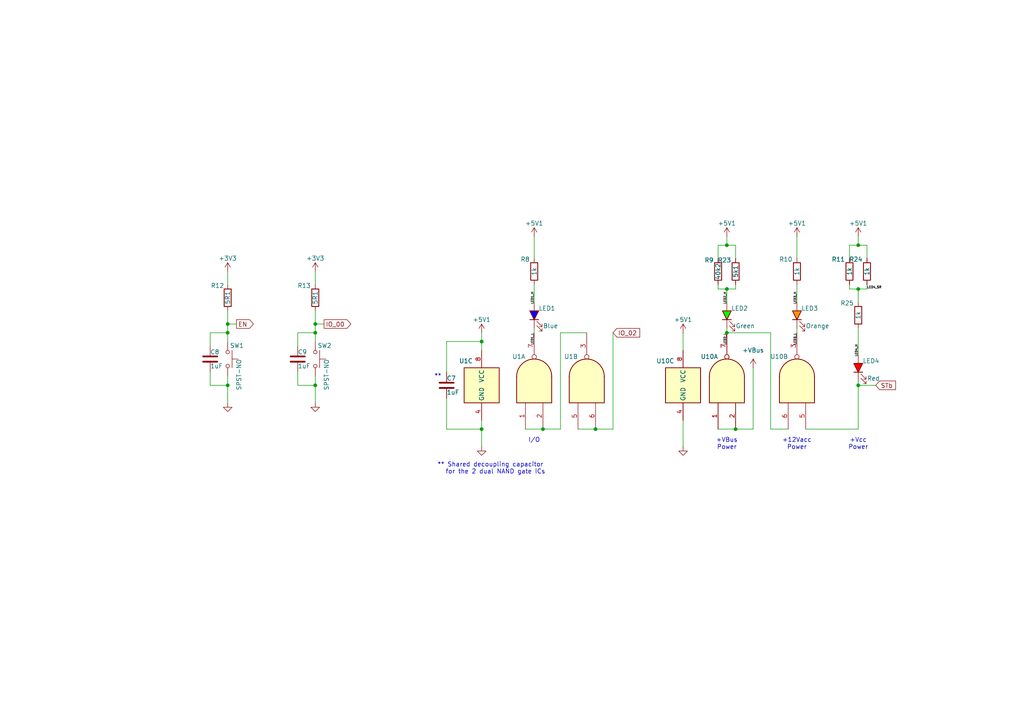
<source format=kicad_sch>
(kicad_sch (version 20250114) (generator "eeschema") (generator_version "9.0")
  (paper "A4")
  (lib_symbols
    (symbol "Device:C" (pin_numbers (hide yes)) (pin_names (offset 0.254))
      (property "Reference" "C" (at 0.635 2.54 0))
      (property "Value" "C" (at 0.635 -2.54 0))
      (symbol "C_0_1"
        (polyline (pts (xy -2.032 0.762) (xy 2.032 0.762)) (stroke (width 0.508)))
        (polyline (pts (xy -2.032 -0.762) (xy 2.032 -0.762)) (stroke (width 0.508)))
      )
      (symbol "C_1_1"
        (pin passive line (at 0 3.81 270) (length 2.794) (name "~") (number "1"))
        (pin passive line (at 0 -3.81 90) (length 2.794) (name "~") (number "2"))
      )
    )
    (symbol "Device:R" (pin_numbers (hide yes)) (pin_names (offset 0))
      (property "Reference" "R" (at 2.032 0 90))
      (property "Value" "R" (at 0 0 90))
      (symbol "R_0_1"
        (rectangle (start -1.016 -2.54) (end 1.016 2.54) (stroke (width 0.254)))
      )
      (symbol "R_1_1"
        (pin passive line (at 0 3.81 270) (length 1.27) (name "~") (number "1"))
        (pin passive line (at 0 -3.81 90) (length 1.27) (name "~") (number "2"))
      )
    )
    (symbol "PersonalSchematicSymbolLibrary:74xxx2G00"
      (property "Reference" "U" (at 2.54 7.62 0))
      (property "Value" "74xxx2G00" (at 7.62 -7.62 0))
      (symbol "74xxx2G00_1_1"
        (arc (start 0 5.08) (mid 5.0579 0) (end 0 -5.08) (stroke (width 0.254)) (fill (type background)))
        (polyline (pts (xy 0 -5.08) (xy -7.62 -5.08) (xy -7.62 5.08) (xy 0 5.08)) (stroke (width 0.254)) (fill (type background)))
        (pin input line (at -15.24 2.54 0) (length 7.62) (name "~") (number "1"))
        (pin input line (at -15.24 -2.54 0) (length 7.62) (name "~") (number "2"))
        (pin output inverted (at 12.7 0 180) (length 7.62) (name "~") (number "7"))
      )
      (symbol "74xxx2G00_2_1"
        (arc (start 0 5.08) (mid 5.0579 0) (end 0 -5.08) (stroke (width 0.254)) (fill (type background)))
        (polyline (pts (xy 0 -5.08) (xy -7.62 -5.08) (xy -7.62 5.08) (xy 0 5.08)) (stroke (width 0.254)) (fill (type background)))
        (pin input line (at -15.24 2.54 0) (length 7.62) (name "~") (number "5"))
        (pin input line (at -15.24 -2.54 0) (length 7.62) (name "~") (number "6"))
        (pin output inverted (at 12.7 0 180) (length 7.62) (name "~") (number "3"))
      )
      (symbol "74xxx2G00_3_0"
        (rectangle (start -5.08 -5.08) (end 5.08 5.08) (stroke (width 0.254)) (fill (type background)))
      )
      (symbol "74xxx2G00_3_1"
        (pin power_in line (at 0 10.16 270) (length 5.08) (name "VCC") (number "8"))
        (pin power_in line (at 0 -10.16 90) (length 5.08) (name "GND") (number "4"))
      )
    )
    (symbol "PersonalSchematicSymbolLibrary:LED_Blue" (pin_numbers (hide yes)) (pin_names (offset 1.016) (hide yes))
      (property "Reference" "LED" (at 0 2.54 0))
      (property "Value" "Blue" (at 0 -2.54 0))
      (symbol "LED_Blue_0_1"
        (polyline (pts (xy -3.048 -0.762) (xy -4.572 -2.286) (xy -3.81 -2.286) (xy -4.572 -2.286) (xy -4.572 -1.524)))
        (polyline (pts (xy -1.778 -0.762) (xy -3.302 -2.286) (xy -2.54 -2.286) (xy -3.302 -2.286) (xy -3.302 -1.524)))
        (polyline (pts (xy -1.27 -1.27) (xy -1.27 1.27)) (stroke (width 0.254)))
      )
      (symbol "LED_Blue_1_1"
        (polyline (pts (xy 1.27 -1.27) (xy 1.27 1.27) (xy -1.27 0) (xy 1.27 -1.27)) (stroke (width 0.254)) (fill (type color) (color 0 0 255 1)))
        (pin passive line (at -3.81 0 0) (length 2.54) (name "K") (number "1"))
        (pin passive line (at 3.81 0 180) (length 2.54) (name "A") (number "2"))
      )
    )
    (symbol "PersonalSchematicSymbolLibrary:LED_Green" (pin_numbers (hide yes)) (pin_names (offset 1.016) (hide yes))
      (property "Reference" "LED" (at 0 2.54 0))
      (property "Value" "Green" (at 0 -2.54 0))
      (symbol "LED_Green_0_1"
        (polyline (pts (xy -3.048 -0.762) (xy -4.572 -2.286) (xy -3.81 -2.286) (xy -4.572 -2.286) (xy -4.572 -1.524)))
        (polyline (pts (xy -1.778 -0.762) (xy -3.302 -2.286) (xy -2.54 -2.286) (xy -3.302 -2.286) (xy -3.302 -1.524)))
        (polyline (pts (xy -1.27 -1.27) (xy -1.27 1.27)) (stroke (width 0.254)))
      )
      (symbol "LED_Green_1_1"
        (polyline (pts (xy 1.27 -1.27) (xy 1.27 1.27) (xy -1.27 0) (xy 1.27 -1.27)) (stroke (width 0.254)) (fill (type color) (color 0 255 0 1)))
        (pin passive line (at -3.81 0 0) (length 2.54) (name "K") (number "1"))
        (pin passive line (at 3.81 0 180) (length 2.54) (name "A") (number "2"))
      )
    )
    (symbol "PersonalSchematicSymbolLibrary:LED_Orange" (pin_numbers (hide yes)) (pin_names (offset 1.016) (hide yes))
      (property "Reference" "LED" (at 0 2.54 0))
      (property "Value" "Orange" (at 0 -2.54 0))
      (symbol "LED_Orange_0_1"
        (polyline (pts (xy -3.048 -0.762) (xy -4.572 -2.286) (xy -3.81 -2.286) (xy -4.572 -2.286) (xy -4.572 -1.524)))
        (polyline (pts (xy -1.778 -0.762) (xy -3.302 -2.286) (xy -2.54 -2.286) (xy -3.302 -2.286) (xy -3.302 -1.524)))
        (polyline (pts (xy -1.27 -1.27) (xy -1.27 1.27)) (stroke (width 0.254)))
      )
      (symbol "LED_Orange_1_1"
        (polyline (pts (xy 1.27 -1.27) (xy 1.27 1.27) (xy -1.27 0) (xy 1.27 -1.27)) (stroke (width 0.254)) (fill (type color) (color 255 153 0 1)))
        (pin passive line (at -3.81 0 0) (length 2.54) (name "K") (number "1"))
        (pin passive line (at 3.81 0 180) (length 2.54) (name "A") (number "2"))
      )
    )
    (symbol "PersonalSchematicSymbolLibrary:LED_Red" (pin_numbers (hide yes)) (pin_names (offset 1.016) (hide yes))
      (property "Reference" "LED" (at 0 2.54 0))
      (property "Value" "Red" (at 0 -2.54 0))
      (symbol "LED_Red_0_1"
        (polyline (pts (xy -3.048 -0.762) (xy -4.572 -2.286) (xy -3.81 -2.286) (xy -4.572 -2.286) (xy -4.572 -1.524)))
        (polyline (pts (xy -1.778 -0.762) (xy -3.302 -2.286) (xy -2.54 -2.286) (xy -3.302 -2.286) (xy -3.302 -1.524)))
        (polyline (pts (xy -1.27 -1.27) (xy -1.27 1.27)) (stroke (width 0.254)))
      )
      (symbol "LED_Red_1_1"
        (polyline (pts (xy 1.27 -1.27) (xy 1.27 1.27) (xy -1.27 0) (xy 1.27 -1.27)) (stroke (width 0.254)) (fill (type color) (color 255 0 0 1)))
        (pin passive line (at -3.81 0 0) (length 2.54) (name "K") (number "1"))
        (pin passive line (at 3.81 0 180) (length 2.54) (name "A") (number "2"))
      )
    )
    (symbol "PersonalSchematicSymbolLibrary:SW_Push_Button_NO" (pin_numbers (hide yes)) (pin_names (offset 1.016) (hide yes))
      (property "Reference" "SW" (at 1.27 2.54 0))
      (property "Value" "SW_Push_Button_NO" (at 0 -1.524 0))
      (symbol "SW_Push_Button_NO_0_1"
        (circle (center -2.032 0) (radius 0.508))
        (polyline (pts (xy 0 1.27) (xy 0 3.048)))
        (circle (center 2.032 0) (radius 0.508))
        (polyline (pts (xy 2.54 1.27) (xy -2.54 1.27)))
        (pin passive line (at -5.08 0 0) (length 2.54) (name "1") (number "1"))
        (pin passive line (at 5.08 0 180) (length 2.54) (name "2") (number "2"))
      )
    )
    (symbol "power:+3V3" (power) (pin_numbers (hide yes)) (pin_names (offset 0) (hide yes))
      (property "Value" "+3V3" (at 0 3.556 0))
      (symbol "+3V3_0_1"
        (polyline (pts (xy -0.762 1.27) (xy 0 2.54)))
        (polyline (pts (xy 0 2.54) (xy 0.762 1.27)))
        (polyline (pts (xy 0 0) (xy 0 2.54)))
      )
      (symbol "+3V3_1_1"
        (pin power_in line (at 0 0 90) (length 0) (name "~") (number "1"))
      )
    )
    (symbol "power:+5V" (power) (pin_numbers (hide yes)) (pin_names (offset 0) (hide yes))
      (property "Value" "+5V" (at 0 3.556 0))
      (symbol "+5V_0_1"
        (polyline (pts (xy -0.762 1.27) (xy 0 2.54)))
        (polyline (pts (xy 0 2.54) (xy 0.762 1.27)))
        (polyline (pts (xy 0 0) (xy 0 2.54)))
      )
      (symbol "+5V_1_1"
        (pin power_in line (at 0 0 90) (length 0) (name "~") (number "1"))
      )
    )
    (symbol "power:GND" (power) (pin_numbers (hide yes)) (pin_names (offset 0) (hide yes))
      (property "Value" "GND" (at 0 -3.81 0))
      (symbol "GND_0_1"
        (polyline (pts (xy 0 0) (xy 0 -1.27) (xy 1.27 -1.27) (xy 0 -2.54) (xy -1.27 -1.27) (xy 0 -1.27)))
      )
      (symbol "GND_1_1"
        (pin power_in line (at 0 0 270) (length 0) (name "~") (number "1"))
      )
    )
  )
  (text "** Shared decoupling capacitor\n   for the 2 dual NAND gate ICs" (at 142.24 135.89 0) (effects (font (size 1.27 1.27))))
  (text "+Vcc\nPower" (at 248.92 127 0) (effects (font (size 1.27 1.27)) (justify top)))
  (text "+12Vacc\nPower" (at 231.14 127 0) (effects (font (size 1.27 1.27)) (justify top)))
  (text "I/O" (at 154.94 127 0) (effects (font (size 1.27 1.27)) (justify top)))
  (text "**" (at 127 109.22 0) (effects (font (size 1.27 1.27))))
  (text "+VBus\nPower" (at 210.82 127 0) (effects (font (size 1.27 1.27)) (justify top)))
  (junction (at 66.04 96.52))
  (junction (at 157.48 124.46))
  (junction (at 66.04 93.98))
  (junction (at 66.04 111.76))
  (junction (at 172.72 124.46))
  (junction (at 139.7 99.06))
  (junction (at 248.92 71.12))
  (junction (at 210.82 83.82))
  (junction (at 248.92 83.82))
  (junction (at 210.82 96.52))
  (junction (at 213.36 124.46))
  (junction (at 91.44 93.98))
  (junction (at 139.7 124.46))
  (junction (at 91.44 96.52))
  (junction (at 210.82 71.12))
  (junction (at 248.92 111.76))
  (junction (at 91.44 111.76))
  (wire (pts (xy 157.48 124.46) (xy 162.56 124.46)))
  (wire (pts (xy 248.92 95.25) (xy 248.92 102.87)))
  (wire (pts (xy 208.28 82.55) (xy 208.28 83.82)))
  (wire (pts (xy 172.72 124.46) (xy 167.64 124.46)))
  (wire (pts (xy 223.52 124.46) (xy 228.6 124.46)))
  (wire (pts (xy 213.36 124.46) (xy 208.28 124.46)))
  (wire (pts (xy 139.7 96.52) (xy 139.7 99.06)))
  (wire (pts (xy 129.54 107.95) (xy 129.54 99.06)))
  (wire (pts (xy 66.04 93.98) (xy 68.58 93.98)))
  (wire (pts (xy 177.8 124.46) (xy 172.72 124.46)))
  (wire (pts (xy 246.38 82.55) (xy 246.38 83.82)))
  (wire (pts (xy 139.7 124.46) (xy 139.7 121.92)))
  (wire (pts (xy 66.04 93.98) (xy 66.04 96.52)))
  (wire (pts (xy 213.36 71.12) (xy 213.36 74.93)))
  (wire (pts (xy 152.4 124.46) (xy 157.48 124.46)))
  (wire (pts (xy 210.82 83.82) (xy 208.28 83.82)))
  (wire (pts (xy 233.68 124.46) (xy 248.92 124.46)))
  (wire (pts (xy 91.44 96.52) (xy 91.44 99.06)))
  (wire (pts (xy 231.14 82.55) (xy 231.14 87.63)))
  (wire (pts (xy 60.96 111.76) (xy 66.04 111.76)))
  (wire (pts (xy 60.96 107.95) (xy 60.96 111.76)))
  (wire (pts (xy 208.28 71.12) (xy 208.28 74.93)))
  (wire (pts (xy 86.36 96.52) (xy 91.44 96.52)))
  (wire (pts (xy 86.36 100.33) (xy 86.36 96.52)))
  (wire (pts (xy 139.7 124.46) (xy 129.54 124.46)))
  (wire (pts (xy 91.44 109.22) (xy 91.44 111.76)))
  (wire (pts (xy 162.56 124.46) (xy 162.56 96.52)))
  (wire (pts (xy 251.46 82.55) (xy 251.46 83.82)))
  (wire (pts (xy 91.44 90.17) (xy 91.44 93.98)))
  (wire (pts (xy 154.94 82.55) (xy 154.94 87.63)))
  (wire (pts (xy 246.38 71.12) (xy 248.92 71.12)))
  (wire (pts (xy 86.36 107.95) (xy 86.36 111.76)))
  (wire (pts (xy 210.82 95.25) (xy 210.82 96.52)))
  (wire (pts (xy 223.52 96.52) (xy 223.52 124.46)))
  (wire (pts (xy 208.28 71.12) (xy 210.82 71.12)))
  (wire (pts (xy 210.82 96.52) (xy 223.52 96.52)))
  (wire (pts (xy 91.44 93.98) (xy 91.44 96.52)))
  (wire (pts (xy 198.12 96.52) (xy 198.12 101.6)))
  (wire (pts (xy 139.7 99.06) (xy 139.7 101.6)))
  (wire (pts (xy 91.44 111.76) (xy 91.44 116.84)))
  (wire (pts (xy 93.98 93.98) (xy 91.44 93.98)))
  (wire (pts (xy 154.94 95.25) (xy 154.94 96.52)))
  (wire (pts (xy 246.38 71.12) (xy 246.38 74.93)))
  (wire (pts (xy 218.44 106.68) (xy 218.44 124.46)))
  (wire (pts (xy 66.04 90.17) (xy 66.04 93.98)))
  (wire (pts (xy 248.92 83.82) (xy 248.92 87.63)))
  (wire (pts (xy 66.04 111.76) (xy 66.04 116.84)))
  (wire (pts (xy 66.04 96.52) (xy 66.04 99.06)))
  (wire (pts (xy 210.82 71.12) (xy 213.36 71.12)))
  (wire (pts (xy 246.38 83.82) (xy 248.92 83.82)))
  (wire (pts (xy 251.46 71.12) (xy 251.46 74.93)))
  (wire (pts (xy 231.14 68.58) (xy 231.14 74.93)))
  (wire (pts (xy 248.92 71.12) (xy 251.46 71.12)))
  (wire (pts (xy 139.7 129.54) (xy 139.7 124.46)))
  (wire (pts (xy 66.04 109.22) (xy 66.04 111.76)))
  (wire (pts (xy 210.82 83.82) (xy 210.82 87.63)))
  (wire (pts (xy 218.44 124.46) (xy 213.36 124.46)))
  (wire (pts (xy 129.54 124.46) (xy 129.54 115.57)))
  (wire (pts (xy 86.36 111.76) (xy 91.44 111.76)))
  (wire (pts (xy 60.96 100.33) (xy 60.96 96.52)))
  (wire (pts (xy 60.96 96.52) (xy 66.04 96.52)))
  (wire (pts (xy 248.92 68.58) (xy 248.92 71.12)))
  (wire (pts (xy 213.36 83.82) (xy 210.82 83.82)))
  (wire (pts (xy 162.56 96.52) (xy 170.18 96.52)))
  (wire (pts (xy 154.94 68.58) (xy 154.94 74.93)))
  (wire (pts (xy 231.14 95.25) (xy 231.14 96.52)))
  (wire (pts (xy 248.92 111.76) (xy 254 111.76)))
  (wire (pts (xy 248.92 83.82) (xy 251.46 83.82)))
  (wire (pts (xy 129.54 99.06) (xy 139.7 99.06)))
  (wire (pts (xy 213.36 82.55) (xy 213.36 83.82)))
  (wire (pts (xy 248.92 110.49) (xy 248.92 111.76)))
  (wire (pts (xy 177.8 96.52) (xy 177.8 124.46)))
  (wire (pts (xy 248.92 111.76) (xy 248.92 124.46)))
  (wire (pts (xy 66.04 78.74) (xy 66.04 82.55)))
  (wire (pts (xy 198.12 121.92) (xy 198.12 129.54)))
  (wire (pts (xy 210.82 68.58) (xy 210.82 71.12)))
  (wire (pts (xy 91.44 78.74) (xy 91.44 82.55)))
  (label "LED2_L" (at 210.82 96.52 270) (effects (font (size 0.635 0.635))))
  (label "LED2_H" (at 210.82 86.36 90) (effects (font (size 0.635 0.635))))
  (label "LED4_H" (at 248.92 101.6 90) (effects (font (size 0.635 0.635))))
  (label "LED4_SR" (at 251.46 83.82 0) (effects (font (size 0.635 0.635))))
  (label "LED1_L" (at 154.94 96.52 270) (effects (font (size 0.635 0.635))))
  (label "LED1_H" (at 154.94 86.36 90) (effects (font (size 0.635 0.635))))
  (label "LED3_L" (at 231.14 96.52 270) (effects (font (size 0.635 0.635))))
  (label "LED3_H" (at 231.14 86.36 90) (effects (font (size 0.635 0.635))))
  (global_label "IO_02" (shape input) (at 177.8 96.52 0) (property "Intersheetrefs" "${INTERSHEET_REFS}" (effects (hide yes))))
  (global_label "EN" (shape output) (at 68.58 93.98 0) (property "Intersheetrefs" "${INTERSHEET_REFS}" (effects (hide yes))))
  (global_label "IO_00" (shape output) (at 93.98 93.98 0) (property "Intersheetrefs" "${INTERSHEET_REFS}" (effects (hide yes))))
  (global_label "STb" (shape input) (at 254 111.76 0) (property "Intersheetrefs" "${INTERSHEET_REFS}" (effects (hide yes))))
  (symbol (lib_id "Device:R") (at 246.38 78.74 180) (unit 1)
    (property "Reference" "R11" (at 245.11 75.946 0) (effects (justify left top)))
    (property "Value" "1k" (at 246.38 78.74 90))
    (property "Footprint" "Resistors:R0201_Dense" (effects (hide yes)))
    (property "Datasheet" "https://www.mouser.com/ProductDetail/Royalohm/PF01WMF5100TEE?qs=ST9lo4GX8V3Pivkn51oUdQ%3D%3D" (effects (hide yes)))
    (property "Description" "25V 5.1Ω 50mW Thick Film Resistor ±1% 0201 Chip Resistor" (effects (hide yes)))
    (property "Manufacturer" "UNI-ROYAL(Uniroyal Elec)" (effects (hide yes)))
    (property "Manufacturer Part Number" "PF01WMF510KTEE" (effects (hide yes)))
    (property "LCSC" "C50670526" (effects (hide yes)))
    (property "Distributor Link 2" "https://www.mouser.com/ProductDetail/Royalohm/PF01WMF5100TEE?qs=ST9lo4GX8V3Pivkn51oUdQ%3D%3D" (effects (hide yes)))
  )
  (symbol (lib_id "PersonalSchematicSymbolLibrary:LED_Green") (at 210.82 91.44 90) (unit 1)
    (property "Reference" "LED2" (at 212.09 90.17 90) (effects (justify right top)))
    (property "Value" "Green" (at 213.36 95.25 90) (effects (justify right top)))
    (property "Footprint" "Personal_FootprintLibrary:LED_0201-2" (effects (hide yes)))
    (property "Datasheet" "https://www.xinglight.cn/uploadfile/202509/dcb97834da3327f.pdf" (effects (hide yes)))
    (property "Description" "CHIP LED 0201 GREEN SMD" (effects (hide yes)))
    (property "Sim.Pins" "1=K 2=A" (effects (hide yes)))
    (property "Manufacturer" "XingLight" (effects (hide yes)))
    (property "Manufacturer Part Number" "XL-0201UGC" (effects (hide yes)))
    (property "LCSC" "C3646922" (effects (hide yes)))
    (property "Distributor Link 1" "https://www.digikey.com/en/products/detail/xinglight/XL-0201UGC/25673271" (effects (hide yes)))
  )
  (symbol (lib_id "Device:R") (at 208.28 78.74 0) (unit 1)
    (property "Reference" "R9" (at 207.01 76.2 0) (effects (justify right bottom)))
    (property "Value" "40k2" (at 208.28 78.74 90))
    (property "Footprint" "Resistors:R0201_Dense" (effects (hide yes)))
    (property "Datasheet" "https://yageogroup.com/content/datasheet/asset/file/PYU-RC_GROUP_51_ROHS_L" (effects (hide yes)))
    (property "Description" "Resistor" (effects (hide yes)))
    (property "Manufacturer" "Yageo" (effects (hide yes)))
    (property "Manufacturer Part Number" "AC0201FR-0726K1L" (effects (hide yes)))
    (property "LCSC" "C910625" (effects (hide yes)))
    (property "Distributor Link 1" "https://www.digikey.com/en/products/detail/yageo/AC0201FR-0726K1L/5894466" (effects (hide yes)))
    (property "Distributor Link 2" "https://www.mouser.com/ProductDetail/YAGEO/AC0201FR-0726K1L?qs=NgbZBzc1CyHdkzjeC2WcqA%3D%3D" (effects (hide yes)))
  )
  (symbol (lib_id "Device:R") (at 91.44 86.36 180) (unit 1)
    (property "Reference" "R13" (at 90.17 83.566 0) (effects (justify left top)))
    (property "Value" "5R1" (at 91.44 86.36 90))
    (property "Footprint" "Resistors:R0201_Dense" (effects (hide yes)))
    (property "Datasheet" "https://www.mouser.com/ProductDetail/Royalohm/PF01WMF5100TEE?qs=ST9lo4GX8V3Pivkn51oUdQ%3D%3D" (effects (hide yes)))
    (property "Description" "25V 5.1Ω 50mW Thick Film Resistor ±1% 0201 Chip Resistor" (effects (hide yes)))
    (property "Manufacturer" "UNI-ROYAL(Uniroyal Elec)" (effects (hide yes)))
    (property "Manufacturer Part Number" "PF01WMF510KTEE" (effects (hide yes)))
    (property "LCSC" "C50670526" (effects (hide yes)))
    (property "Distributor Link 2" "https://www.mouser.com/ProductDetail/Royalohm/PF01WMF5100TEE?qs=ST9lo4GX8V3Pivkn51oUdQ%3D%3D" (effects (hide yes)))
  )
  (symbol (lib_id "power:+3V3") (at 66.04 78.74 0) (unit 1)
    (property "Reference" "#PWR020" (effects (hide yes)))
    (property "Value" "+3V3" (at 66.04 74.93 0))
    (property "Description" "Power symbol creates a global label with name \"+3V3\"" (effects (hide yes)))
  )
  (symbol (lib_id "PersonalSchematicSymbolLibrary:74xxx2G00") (at 154.94 109.22 90) (unit 1)
    (property "Reference" "U1" (at 152.4 104.151 90) (effects (justify left top)))
    (property "Value" "NC7WZ132L8X" (effects (hide yes)))
    (property "Footprint" "Personal_FootprintLibrary:UQFN8_1.6x1.6mm_P0.5" (effects (hide yes)))
    (property "Datasheet" "https://www.onsemi.com/pdf/datasheet/nc7wz132-d.pdf" (effects (hide yes)))
    (property "Description" "Dual NAND Gate, Schmitt Trigger Low-Voltage CMOS" (effects (hide yes)))
    (property "Manufacturer" "onsemi" (effects (hide yes)))
    (property "Manufacturer Part Number" "NC7WZ132L8X" (effects (hide yes)))
    (property "LCSC" "C895626" (effects (hide yes)))
    (property "Distributor Link 1" "https://www.digikey.com/en/products/detail/onsemi/NC7WZ132L8X/1051738" (effects (hide yes)))
    (property "Distributor Link 2" "https://www.mouser.com/ProductDetail/onsemi/NC7WZ132L8X?qs=3%252BZ%252BUPfKNOo%252BNSj2kIc3SQ%3D%3D" (effects (hide yes)))
  )
  (symbol (lib_id "PersonalSchematicSymbolLibrary:LED_Orange") (at 231.14 91.44 90) (unit 1)
    (property "Reference" "LED3" (at 232.41 90.17 90) (effects (justify right top)))
    (property "Value" "Orange" (at 233.68 95.25 90) (effects (justify right top)))
    (property "Footprint" "Personal_FootprintLibrary:LED_0201-2" (effects (hide yes)))
    (property "Datasheet" "https://www.xinglight.cn/uploadfile/202509/3be27c66eca170b.pdf" (effects (hide yes)))
    (property "Description" "CHIP LED 0201 ORANGE SMD" (effects (hide yes)))
    (property "Sim.Pins" "1=K 2=A" (effects (hide yes)))
    (property "Manufacturer" "XingLight" (effects (hide yes)))
    (property "Manufacturer Part Number" "XL-0201UOC" (effects (hide yes)))
    (property "LCSC" "C5440629" (effects (hide yes)))
    (property "Distributor Link 1" "https://www.digikey.com/en/products/detail/xinglight/XL-0201UOC/25673204" (effects (hide yes)))
  )
  (symbol (lib_id "Device:R") (at 248.92 91.44 180) (unit 1)
    (property "Reference" "R25" (at 247.65 88.646 0) (effects (justify left top)))
    (property "Value" "1k" (at 248.92 91.44 90))
    (property "Footprint" "Resistors:R0201_Dense" (effects (hide yes)))
    (property "Datasheet" "https://www.mouser.com/ProductDetail/Royalohm/PF01WMF5100TEE?qs=ST9lo4GX8V3Pivkn51oUdQ%3D%3D" (effects (hide yes)))
    (property "Description" "25V 5.1Ω 50mW Thick Film Resistor ±1% 0201 Chip Resistor" (effects (hide yes)))
    (property "Manufacturer" "UNI-ROYAL(Uniroyal Elec)" (effects (hide yes)))
    (property "Manufacturer Part Number" "PF01WMF510KTEE" (effects (hide yes)))
    (property "LCSC" "C50670526" (effects (hide yes)))
    (property "Distributor Link 2" "https://www.mouser.com/ProductDetail/Royalohm/PF01WMF5100TEE?qs=ST9lo4GX8V3Pivkn51oUdQ%3D%3D" (effects (hide yes)))
  )
  (symbol (lib_id "power:+3V3") (at 198.12 96.52 0) (unit 1)
    (property "Reference" "#PWR016" (effects (hide yes)))
    (property "Value" "+5V1" (at 198.12 92.71 0))
    (property "Description" "Power symbol creates a global label with name \"+3V3\"" (effects (hide yes)))
  )
  (symbol (lib_id "PersonalSchematicSymbolLibrary:74xxx2G00") (at 170.18 109.22 90) (unit 2)
    (property "Reference" "U1" (at 167.64 104.151 90) (effects (justify left top)))
    (property "Value" "NC7WZ132L8X" (effects (hide yes)))
    (property "Footprint" "Personal_FootprintLibrary:UQFN8_1.6x1.6mm_P0.5" (effects (hide yes)))
    (property "Datasheet" "https://www.onsemi.com/pdf/datasheet/nc7wz132-d.pdf" (effects (hide yes)))
    (property "Description" "Dual NAND Gate, Schmitt Trigger Low-Voltage CMOS" (effects (hide yes)))
    (property "Manufacturer" "onsemi" (effects (hide yes)))
    (property "Manufacturer Part Number" "NC7WZ132L8X" (effects (hide yes)))
    (property "LCSC" "C895626" (effects (hide yes)))
    (property "Distributor Link 1" "https://www.digikey.com/en/products/detail/onsemi/NC7WZ132L8X/1051738" (effects (hide yes)))
    (property "Distributor Link 2" "https://www.mouser.com/ProductDetail/onsemi/NC7WZ132L8X?qs=3%252BZ%252BUPfKNOo%252BNSj2kIc3SQ%3D%3D" (effects (hide yes)))
  )
  (symbol (lib_id "power:+3V3") (at 210.82 68.58 0) (unit 1)
    (property "Reference" "#PWR021" (effects (hide yes)))
    (property "Value" "+5V1" (at 210.82 64.77 0))
    (property "Description" "Power symbol creates a global label with name \"+3V3\"" (effects (hide yes)))
  )
  (symbol (lib_id "Device:R") (at 154.94 78.74 180) (unit 1)
    (property "Reference" "R8" (at 153.67 75.946 0) (effects (justify left top)))
    (property "Value" "1k" (at 154.94 78.74 90))
    (property "Footprint" "Resistors:R0201_Dense" (effects (hide yes)))
    (property "Datasheet" "https://www.mouser.com/ProductDetail/Royalohm/PF01WMF5100TEE?qs=ST9lo4GX8V3Pivkn51oUdQ%3D%3D" (effects (hide yes)))
    (property "Description" "25V 5.1Ω 50mW Thick Film Resistor ±1% 0201 Chip Resistor" (effects (hide yes)))
    (property "Manufacturer" "UNI-ROYAL(Uniroyal Elec)" (effects (hide yes)))
    (property "Manufacturer Part Number" "PF01WMF510KTEE" (effects (hide yes)))
    (property "LCSC" "C50670526" (effects (hide yes)))
    (property "Distributor Link 2" "https://www.mouser.com/ProductDetail/Royalohm/PF01WMF5100TEE?qs=ST9lo4GX8V3Pivkn51oUdQ%3D%3D" (effects (hide yes)))
  )
  (symbol (lib_id "PersonalSchematicSymbolLibrary:LED_Red") (at 248.92 106.68 90) (unit 1)
    (property "Reference" "LED4" (at 250.19 105.41 90) (effects (justify right top)))
    (property "Value" "Red" (at 251.46 110.49 90) (effects (justify right top)))
    (property "Footprint" "Personal_FootprintLibrary:LED_0201-2" (effects (hide yes)))
    (property "Datasheet" "https://www.xinglight.cn/uploadfile/202509/3b6082be0f17ff4.pdf" (effects (hide yes)))
    (property "Description" "CHIP LED 0201 RED SMD" (effects (hide yes)))
    (property "Sim.Pins" "1=K 2=A" (effects (hide yes)))
    (property "Manufacturer" "XingLight" (effects (hide yes)))
    (property "Manufacturer Part Number" "XL-0201SURC" (effects (hide yes)))
    (property "LCSC" "C3646923" (effects (hide yes)))
    (property "Distributor Link 1" "https://www.digikey.com/en/products/detail/xinglight/XL-0201SURC/25672952" (effects (hide yes)))
  )
  (symbol (lib_id "power:GND") (at 139.7 129.54 0) (unit 1)
    (property "Reference" "#PWR056" (effects (hide yes)))
    (property "Value" "GND" (effects (hide yes)))
    (property "Description" "Power symbol creates a global label with name \"GND\" , ground" (effects (hide yes)))
  )
  (symbol (lib_id "Device:R") (at 231.14 78.74 180) (unit 1)
    (property "Reference" "R10" (at 229.87 75.946 0) (effects (justify left top)))
    (property "Value" "1k" (at 231.14 78.74 90))
    (property "Footprint" "Resistors:R0201_Dense" (effects (hide yes)))
    (property "Datasheet" "https://www.mouser.com/ProductDetail/Royalohm/PF01WMF5100TEE?qs=ST9lo4GX8V3Pivkn51oUdQ%3D%3D" (effects (hide yes)))
    (property "Description" "25V 5.1Ω 50mW Thick Film Resistor ±1% 0201 Chip Resistor" (effects (hide yes)))
    (property "Manufacturer" "UNI-ROYAL(Uniroyal Elec)" (effects (hide yes)))
    (property "Manufacturer Part Number" "PF01WMF510KTEE" (effects (hide yes)))
    (property "LCSC" "C50670526" (effects (hide yes)))
    (property "Distributor Link 2" "https://www.mouser.com/ProductDetail/Royalohm/PF01WMF5100TEE?qs=ST9lo4GX8V3Pivkn51oUdQ%3D%3D" (effects (hide yes)))
  )
  (symbol (lib_id "power:GND") (at 66.04 116.84 0) (unit 1)
    (property "Reference" "#PWR058" (effects (hide yes)))
    (property "Value" "GND" (effects (hide yes)))
    (property "Description" "Power symbol creates a global label with name \"GND\" , ground" (effects (hide yes)))
  )
  (symbol (lib_id "Device:R") (at 251.46 78.74 180) (unit 1)
    (property "Reference" "R24" (at 250.19 75.946 0) (effects (justify left top)))
    (property "Value" "1k" (at 251.46 78.74 90))
    (property "Footprint" "Resistors:R0201_Dense" (effects (hide yes)))
    (property "Datasheet" "https://www.mouser.com/ProductDetail/Royalohm/PF01WMF5100TEE?qs=ST9lo4GX8V3Pivkn51oUdQ%3D%3D" (effects (hide yes)))
    (property "Description" "25V 5.1Ω 50mW Thick Film Resistor ±1% 0201 Chip Resistor" (effects (hide yes)))
    (property "Manufacturer" "UNI-ROYAL(Uniroyal Elec)" (effects (hide yes)))
    (property "Manufacturer Part Number" "PF01WMF510KTEE" (effects (hide yes)))
    (property "LCSC" "C50670526" (effects (hide yes)))
    (property "Distributor Link 2" "https://www.mouser.com/ProductDetail/Royalohm/PF01WMF5100TEE?qs=ST9lo4GX8V3Pivkn51oUdQ%3D%3D" (effects (hide yes)))
  )
  (symbol (lib_id "Device:R") (at 66.04 86.36 180) (unit 1)
    (property "Reference" "R12" (at 65.024 83.566 0) (effects (justify left top)))
    (property "Value" "5R1" (at 66.04 86.36 90))
    (property "Footprint" "Resistors:R0201_Dense" (effects (hide yes)))
    (property "Datasheet" "https://www.mouser.com/ProductDetail/Royalohm/PF01WMF5100TEE?qs=ST9lo4GX8V3Pivkn51oUdQ%3D%3D" (effects (hide yes)))
    (property "Description" "25V 5.1Ω 50mW Thick Film Resistor ±1% 0201 Chip Resistor" (effects (hide yes)))
    (property "Manufacturer" "UNI-ROYAL(Uniroyal Elec)" (effects (hide yes)))
    (property "Manufacturer Part Number" "PF01WMF510KTEE" (effects (hide yes)))
    (property "LCSC" "C50670526" (effects (hide yes)))
    (property "Distributor Link 2" "https://www.mouser.com/ProductDetail/Royalohm/PF01WMF5100TEE?qs=ST9lo4GX8V3Pivkn51oUdQ%3D%3D" (effects (hide yes)))
  )
  (symbol (lib_id "PersonalSchematicSymbolLibrary:74xxx2G00") (at 210.82 109.22 90) (unit 1)
    (property "Reference" "U10" (at 208.28 104.151 90) (effects (justify left top)))
    (property "Value" "NC7WZ132L8X" (effects (hide yes)))
    (property "Footprint" "Personal_FootprintLibrary:UQFN8_1.6x1.6mm_P0.5" (effects (hide yes)))
    (property "Datasheet" "https://www.onsemi.com/pdf/datasheet/nc7wz132-d.pdf" (effects (hide yes)))
    (property "Description" "Dual NAND Gate, Schmitt Trigger Low-Voltage CMOS" (effects (hide yes)))
    (property "Manufacturer" "onsemi" (effects (hide yes)))
    (property "Manufacturer Part Number" "NC7WZ132L8X" (effects (hide yes)))
    (property "LCSC" "C895626" (effects (hide yes)))
    (property "Distributor Link 1" "https://www.digikey.com/en/products/detail/onsemi/NC7WZ132L8X/1051738" (effects (hide yes)))
    (property "Distributor Link 2" "https://www.mouser.com/ProductDetail/onsemi/NC7WZ132L8X?qs=3%252BZ%252BUPfKNOo%252BNSj2kIc3SQ%3D%3D" (effects (hide yes)))
  )
  (symbol (lib_id "power:GND") (at 198.12 129.54 0) (unit 1)
    (property "Reference" "#PWR018" (effects (hide yes)))
    (property "Value" "GND" (effects (hide yes)))
    (property "Description" "Power symbol creates a global label with name \"GND\" , ground" (effects (hide yes)))
  )
  (symbol (lib_id "Device:C") (at 86.36 104.14 0) (unit 1)
    (property "Reference" "C9" (at 86.36 102.108 0) (effects (justify left)))
    (property "Value" "1uF" (at 86.36 106.172 0) (effects (justify left)))
    (property "Footprint" "Capacitors:C0201_Dense" (effects (hide yes)))
    (property "Datasheet" "https://weblib.samsungsem.com/mlcc/mlcc-ec-data-sheet.do?partNumber=CL03A105MO3NRN" (effects (hide yes)))
    (property "Description" "1uF 16V X5R 20% 0201 SMD" (effects (hide yes)))
    (property "Manufacturer" "Samsung Electro-Mechanics" (effects (hide yes)))
    (property "Manufacturer Part Number" "CL03A105MO3NRNH" (effects (hide yes)))
    (property "LCSC" "C307385" (effects (hide yes)))
    (property "Distributor Link 1" "https://www.digikey.com/en/products/detail/samsung-electro-mechanics/CL03A105MO3NRNH/5961282" (effects (hide yes)))
    (property "Distributor Link 2" "https://www.mouser.com/ProductDetail/Samsung-Electro-Mechanics/CL03A105MO3NRNH?qs=%252B6g0mu59x7LEwOOdfYkIjw%3D%3D" (effects (hide yes)))
  )
  (symbol (lib_id "Device:C") (at 129.54 111.76 0) (unit 1)
    (property "Reference" "C7" (at 129.54 109.728 0) (effects (justify left)))
    (property "Value" "1uF" (at 129.54 113.792 0) (effects (justify left)))
    (property "Footprint" "Capacitors:C0201_Dense" (effects (hide yes)))
    (property "Datasheet" "https://weblib.samsungsem.com/mlcc/mlcc-ec-data-sheet.do?partNumber=CL03A105MO3NRN" (effects (hide yes)))
    (property "Description" "1uF 16V X5R 20% 0201 SMD" (effects (hide yes)))
    (property "Manufacturer" "Samsung Electro-Mechanics" (effects (hide yes)))
    (property "Manufacturer Part Number" "CL03A105MO3NRNH" (effects (hide yes)))
    (property "LCSC" "C307385" (effects (hide yes)))
    (property "Distributor Link 1" "https://www.digikey.com/en/products/detail/samsung-electro-mechanics/CL03A105MO3NRNH/5961282" (effects (hide yes)))
    (property "Distributor Link 2" "https://www.mouser.com/ProductDetail/Samsung-Electro-Mechanics/CL03A105MO3NRNH?qs=%252B6g0mu59x7LEwOOdfYkIjw%3D%3D" (effects (hide yes)))
  )
  (symbol (lib_id "Device:C") (at 60.96 104.14 0) (unit 1)
    (property "Reference" "C8" (at 60.96 102.108 0) (effects (justify left)))
    (property "Value" "1uF" (at 60.96 106.172 0) (effects (justify left)))
    (property "Footprint" "Capacitors:C0201_Dense" (effects (hide yes)))
    (property "Datasheet" "https://weblib.samsungsem.com/mlcc/mlcc-ec-data-sheet.do?partNumber=CL03A105MO3NRN" (effects (hide yes)))
    (property "Description" "1uF 16V X5R 20% 0201 SMD" (effects (hide yes)))
    (property "Manufacturer" "Samsung Electro-Mechanics" (effects (hide yes)))
    (property "Manufacturer Part Number" "CL03A105MO3NRNH" (effects (hide yes)))
    (property "LCSC" "C307385" (effects (hide yes)))
    (property "Distributor Link 1" "https://www.digikey.com/en/products/detail/samsung-electro-mechanics/CL03A105MO3NRNH/5961282" (effects (hide yes)))
    (property "Distributor Link 2" "https://www.mouser.com/ProductDetail/Samsung-Electro-Mechanics/CL03A105MO3NRNH?qs=%252B6g0mu59x7LEwOOdfYkIjw%3D%3D" (effects (hide yes)))
  )
  (symbol (lib_id "PersonalSchematicSymbolLibrary:74xxx2G00") (at 231.14 109.22 270) (mirror x) (unit 2)
    (property "Reference" "U10" (at 228.6 104.14 90) (effects (justify right top)))
    (property "Value" "NC7WZ132L8X" (effects (hide yes)))
    (property "Footprint" "Personal_FootprintLibrary:UQFN8_1.6x1.6mm_P0.5" (effects (hide yes)))
    (property "Datasheet" "https://www.onsemi.com/pdf/datasheet/nc7wz132-d.pdf" (effects (hide yes)))
    (property "Description" "Dual NAND Gate, Schmitt Trigger Low-Voltage CMOS" (effects (hide yes)))
    (property "Manufacturer" "onsemi" (effects (hide yes)))
    (property "Manufacturer Part Number" "NC7WZ132L8X" (effects (hide yes)))
    (property "LCSC" "C895626" (effects (hide yes)))
    (property "Distributor Link 1" "https://www.digikey.com/en/products/detail/onsemi/NC7WZ132L8X/1051738" (effects (hide yes)))
    (property "Distributor Link 2" "https://www.mouser.com/ProductDetail/onsemi/NC7WZ132L8X?qs=3%252BZ%252BUPfKNOo%252BNSj2kIc3SQ%3D%3D" (effects (hide yes)))
  )
  (symbol (lib_id "PersonalSchematicSymbolLibrary:LED_Blue") (at 154.94 91.44 90) (unit 1)
    (property "Reference" "LED1" (at 156.21 90.17 90) (effects (justify right top)))
    (property "Value" "Blue" (at 157.48 95.25 90) (effects (justify right top)))
    (property "Footprint" "Personal_FootprintLibrary:LED_0201-2" (effects (hide yes)))
    (property "Datasheet" "https://www.xinglight.cn/uploadfile/202509/4d5df9192274.pdf" (effects (hide yes)))
    (property "Description" "CHIP LED 0201 BLUE SMD" (effects (hide yes)))
    (property "Sim.Pins" "1=K 2=A" (effects (hide yes)))
    (property "Manufacturer" "XingLight" (effects (hide yes)))
    (property "Manufacturer Part Number" "XL-0201UBC" (effects (hide yes)))
    (property "LCSC" "C3646921" (effects (hide yes)))
    (property "Distributor Link 1" "https://www.digikey.com/en/products/detail/xinglight/XL-0201UBC/25672899" (effects (hide yes)))
  )
  (symbol (lib_id "power:+3V3") (at 231.14 68.58 0) (unit 1)
    (property "Reference" "#PWR036" (effects (hide yes)))
    (property "Value" "+5V1" (at 231.14 64.77 0))
    (property "Description" "Power symbol creates a global label with name \"+3V3\"" (effects (hide yes)))
  )
  (symbol (lib_id "PersonalSchematicSymbolLibrary:SW_Push_Button_NO") (at 91.44 104.14 270) (unit 1)
    (property "Reference" "SW2" (at 92.075 100.965 90) (effects (justify left bottom)))
    (property "Value" "SPST-NO" (at 93.98 104.14 0) (effects (justify left bottom)))
    (property "Footprint" "Personal_FootprintLibrary:SW_SPST_B3U_series" (effects (hide yes)))
    (property "Datasheet" "https://omronfs.omron.com/en_US/ecb/products/pdf/en-b3u.pdf" (effects (hide yes)))
    (property "Description" "Side Button, 12V, 0,5A,  3.0x2.5mm, Ultra Small, SPST, SMD" (effects (hide yes)))
    (property "Manufacturer" "Omron Electronics Inc" (effects (hide yes)))
    (property "Manufacturer Part Number" "B3U-3000P(M)-B" (effects (hide yes)))
    (property "LCSC" "C4364471" (effects (hide yes)))
    (property "Distributor Link 1" "https://www.digikey.com/en/products/detail/omron-electronics-inc-emc-div/B3U-3000PM-B/2754806" (effects (hide yes)))
    (property "Distributor Link 2" "https://www.mouser.com/ProductDetail/Omron-Electronics/B3U-3000P-B?qs=AO7BQMcsEu4JAdtnbsGArA%3D%3D" (effects (hide yes)))
  )
  (symbol (lib_id "power:+3V3") (at 154.94 68.58 0) (unit 1)
    (property "Reference" "#PWR022" (effects (hide yes)))
    (property "Value" "+5V1" (at 154.94 64.77 0))
    (property "Description" "Power symbol creates a global label with name \"+3V3\"" (effects (hide yes)))
  )
  (symbol (lib_id "power:+5V") (at 218.44 106.68 0) (unit 1)
    (property "Reference" "#PWR059" (effects (hide yes)))
    (property "Value" "+VBus" (at 218.44 101.6 0))
    (property "Description" "Power symbol creates a global label with name \"+5V\"" (effects (hide yes)))
  )
  (symbol (lib_id "power:+3V3") (at 91.44 78.74 0) (unit 1)
    (property "Reference" "#PWR017" (effects (hide yes)))
    (property "Value" "+3V3" (at 91.44 74.93 0))
    (property "Description" "Power symbol creates a global label with name \"+3V3\"" (effects (hide yes)))
  )
  (symbol (lib_id "power:GND") (at 91.44 116.84 0) (unit 1)
    (property "Reference" "#PWR057" (effects (hide yes)))
    (property "Value" "GND" (effects (hide yes)))
    (property "Description" "Power symbol creates a global label with name \"GND\" , ground" (effects (hide yes)))
  )
  (symbol (lib_id "PersonalSchematicSymbolLibrary:74xxx2G00") (at 139.7 111.76 0) (unit 3)
    (property "Reference" "U1" (at 137.16 105.41 0) (effects (justify right bottom)))
    (property "Value" "NC7WZ132L8X" (effects (hide yes)))
    (property "Footprint" "Personal_FootprintLibrary:UQFN8_1.6x1.6mm_P0.5" (effects (hide yes)))
    (property "Datasheet" "https://www.onsemi.com/pdf/datasheet/nc7wz132-d.pdf" (effects (hide yes)))
    (property "Description" "Dual NAND Gate, Schmitt Trigger Low-Voltage CMOS" (effects (hide yes)))
    (property "Manufacturer" "onsemi" (effects (hide yes)))
    (property "Manufacturer Part Number" "NC7WZ132L8X" (effects (hide yes)))
    (property "LCSC" "C895626" (effects (hide yes)))
    (property "Distributor Link 1" "https://www.digikey.com/en/products/detail/onsemi/NC7WZ132L8X/1051738" (effects (hide yes)))
    (property "Distributor Link 2" "https://www.mouser.com/ProductDetail/onsemi/NC7WZ132L8X?qs=3%252BZ%252BUPfKNOo%252BNSj2kIc3SQ%3D%3D" (effects (hide yes)))
  )
  (symbol (lib_id "PersonalSchematicSymbolLibrary:SW_Push_Button_NO") (at 66.04 104.14 270) (unit 1)
    (property "Reference" "SW1" (at 66.675 100.965 90) (effects (justify left bottom)))
    (property "Value" "SPST-NO" (at 68.58 104.14 0) (effects (justify left bottom)))
    (property "Footprint" "Personal_FootprintLibrary:SW_SPST_B3U_series" (effects (hide yes)))
    (property "Datasheet" "https://omronfs.omron.com/en_US/ecb/products/pdf/en-b3u.pdf" (effects (hide yes)))
    (property "Description" "Side Button, 12V, 0,5A,  3.0x2.5mm, Ultra Small, SPST, SMD" (effects (hide yes)))
    (property "Manufacturer" "Omron Electronics Inc" (effects (hide yes)))
    (property "Manufacturer Part Number" "B3U-3000P(M)-B" (effects (hide yes)))
    (property "LCSC" "C4364471" (effects (hide yes)))
    (property "Distributor Link 1" "https://www.digikey.com/en/products/detail/omron-electronics-inc-emc-div/B3U-3000PM-B/2754806" (effects (hide yes)))
    (property "Distributor Link 2" "https://www.mouser.com/ProductDetail/Omron-Electronics/B3U-3000P-B?qs=AO7BQMcsEu4JAdtnbsGArA%3D%3D" (effects (hide yes)))
  )
  (symbol (lib_id "power:+3V3") (at 139.7 96.52 0) (unit 1)
    (property "Reference" "#PWR015" (effects (hide yes)))
    (property "Value" "+5V1" (at 139.7 92.71 0))
    (property "Description" "Power symbol creates a global label with name \"+3V3\"" (effects (hide yes)))
  )
  (symbol (lib_id "PersonalSchematicSymbolLibrary:74xxx2G00") (at 198.12 111.76 0) (unit 3)
    (property "Reference" "U10" (at 195.58 105.41 0) (effects (justify right bottom)))
    (property "Value" "NC7WZ132L8X" (effects (hide yes)))
    (property "Footprint" "Personal_FootprintLibrary:UQFN8_1.6x1.6mm_P0.5" (effects (hide yes)))
    (property "Datasheet" "https://www.onsemi.com/pdf/datasheet/nc7wz132-d.pdf" (effects (hide yes)))
    (property "Description" "Dual NAND Gate, Schmitt Trigger Low-Voltage CMOS" (effects (hide yes)))
    (property "Manufacturer" "onsemi" (effects (hide yes)))
    (property "Manufacturer Part Number" "NC7WZ132L8X" (effects (hide yes)))
    (property "LCSC" "C895626" (effects (hide yes)))
    (property "Distributor Link 1" "https://www.digikey.com/en/products/detail/onsemi/NC7WZ132L8X/1051738" (effects (hide yes)))
    (property "Distributor Link 2" "https://www.mouser.com/ProductDetail/onsemi/NC7WZ132L8X?qs=3%252BZ%252BUPfKNOo%252BNSj2kIc3SQ%3D%3D" (effects (hide yes)))
  )
  (symbol (lib_id "power:+3V3") (at 248.92 68.58 0) (unit 1)
    (property "Reference" "#PWR09" (effects (hide yes)))
    (property "Value" "+5V1" (at 248.92 64.77 0))
    (property "Description" "Power symbol creates a global label with name \"+3V3\"" (effects (hide yes)))
  )
  (symbol (lib_id "Device:R") (at 213.36 78.74 0) (unit 1)
    (property "Reference" "R23" (at 212.09 76.2 0) (effects (justify right bottom)))
    (property "Value" "5k1" (at 213.36 78.74 90))
    (property "Footprint" "Resistors:R0201_Dense" (effects (hide yes)))
    (property "Datasheet" "https://yageogroup.com/content/datasheet/asset/file/PYU-RC_GROUP_51_ROHS_L" (effects (hide yes)))
    (property "Description" "Resistor" (effects (hide yes)))
    (property "Manufacturer" "Yageo" (effects (hide yes)))
    (property "Manufacturer Part Number" "AC0201FR-0726K1L" (effects (hide yes)))
    (property "LCSC" "C910625" (effects (hide yes)))
    (property "Distributor Link 1" "https://www.digikey.com/en/products/detail/yageo/AC0201FR-0726K1L/5894466" (effects (hide yes)))
    (property "Distributor Link 2" "https://www.mouser.com/ProductDetail/YAGEO/AC0201FR-0726K1L?qs=NgbZBzc1CyHdkzjeC2WcqA%3D%3D" (effects (hide yes)))
  )
)
</source>
